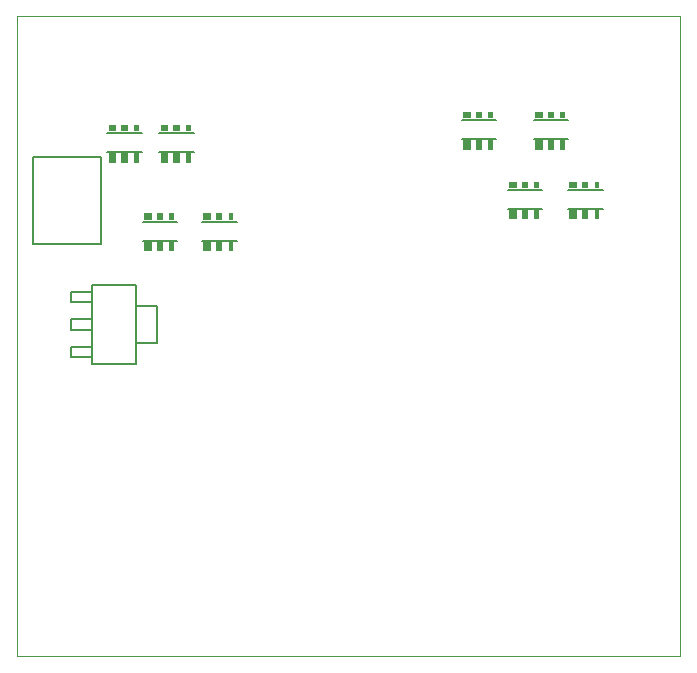
<source format=gm1>
G04 Layer_Color=16711935*
%FSLAX25Y25*%
%MOIN*%
G70*
G01*
G75*
%ADD30C,0.00787*%
%ADD31C,0.00600*%
%ADD46C,0.00394*%
%ADD47C,0.00800*%
G36*
X190354Y145673D02*
X188255D01*
Y149016D01*
X190354D01*
Y145673D01*
D02*
G37*
G36*
X166535Y145717D02*
X163975D01*
Y149016D01*
X166535D01*
Y145717D01*
D02*
G37*
G36*
X186614D02*
X184054D01*
Y149016D01*
X186614D01*
Y145717D01*
D02*
G37*
G36*
X174016Y145662D02*
X172418D01*
Y149016D01*
X174016D01*
Y145662D01*
D02*
G37*
G36*
X194095D02*
X192497D01*
Y149016D01*
X194095D01*
Y145662D01*
D02*
G37*
G36*
X170276Y145673D02*
X168176D01*
Y149016D01*
X170276D01*
Y145673D01*
D02*
G37*
G36*
X186614Y156153D02*
X184018D01*
Y158268D01*
X186614D01*
Y156153D01*
D02*
G37*
G36*
X174016Y156158D02*
X172417D01*
Y158268D01*
X174016D01*
Y156158D01*
D02*
G37*
G36*
X194095D02*
X192496D01*
Y158268D01*
X194095D01*
Y156158D01*
D02*
G37*
G36*
X170276Y156100D02*
X168192D01*
Y158268D01*
X170276D01*
Y156100D01*
D02*
G37*
G36*
X190354D02*
X188271D01*
Y158268D01*
X190354D01*
Y156100D01*
D02*
G37*
G36*
X166535Y156153D02*
X163939D01*
Y158268D01*
X166535D01*
Y156153D01*
D02*
G37*
G36*
X68307Y135043D02*
X66208D01*
Y138386D01*
X68307D01*
Y135043D01*
D02*
G37*
G36*
X44882Y135087D02*
X42321D01*
Y138386D01*
X44882D01*
Y135087D01*
D02*
G37*
G36*
X64567D02*
X62006D01*
Y138386D01*
X64567D01*
Y135087D01*
D02*
G37*
G36*
X52362Y135032D02*
X50765D01*
Y138386D01*
X52362D01*
Y135032D01*
D02*
G37*
G36*
X72047D02*
X70450D01*
Y138386D01*
X72047D01*
Y135032D01*
D02*
G37*
G36*
X48622Y135043D02*
X46523D01*
Y138386D01*
X48622D01*
Y135043D01*
D02*
G37*
G36*
X64567Y145523D02*
X61971D01*
Y147638D01*
X64567D01*
Y145523D01*
D02*
G37*
G36*
X52362Y145528D02*
X50764D01*
Y147638D01*
X52362D01*
Y145528D01*
D02*
G37*
G36*
X72047D02*
X70449D01*
Y147638D01*
X72047D01*
Y145528D01*
D02*
G37*
G36*
X48622Y145470D02*
X46538D01*
Y147638D01*
X48622D01*
Y145470D01*
D02*
G37*
G36*
X68307D02*
X66224D01*
Y147638D01*
X68307D01*
Y145470D01*
D02*
G37*
G36*
X44882Y145523D02*
X42286D01*
Y147638D01*
X44882D01*
Y145523D01*
D02*
G37*
G36*
X50394Y175051D02*
X47797D01*
Y177165D01*
X50394D01*
Y175051D01*
D02*
G37*
G36*
X40551Y175056D02*
X38953D01*
Y177165D01*
X40551D01*
Y175056D01*
D02*
G37*
G36*
X57874D02*
X56276D01*
Y177165D01*
X57874D01*
Y175056D01*
D02*
G37*
G36*
X36811Y174997D02*
X34727D01*
Y177165D01*
X36811D01*
Y174997D01*
D02*
G37*
G36*
X54134D02*
X52050D01*
Y177165D01*
X54134D01*
Y174997D01*
D02*
G37*
G36*
X33071Y175051D02*
X30474D01*
Y177165D01*
X33071D01*
Y175051D01*
D02*
G37*
G36*
X175197Y179382D02*
X172600D01*
Y181496D01*
X175197D01*
Y179382D01*
D02*
G37*
G36*
X158661Y179386D02*
X157063D01*
Y181496D01*
X158661D01*
Y179386D01*
D02*
G37*
G36*
X182677D02*
X181079D01*
Y181496D01*
X182677D01*
Y179386D01*
D02*
G37*
G36*
X154921Y179328D02*
X152838D01*
Y181496D01*
X154921D01*
Y179328D01*
D02*
G37*
G36*
X178937D02*
X176854D01*
Y181496D01*
X178937D01*
Y179328D01*
D02*
G37*
G36*
X151181Y179382D02*
X148585D01*
Y181496D01*
X151181D01*
Y179382D01*
D02*
G37*
G36*
X54134Y164571D02*
X52035D01*
Y167913D01*
X54134D01*
Y164571D01*
D02*
G37*
G36*
X33071Y164614D02*
X30510D01*
Y167913D01*
X33071D01*
Y164614D01*
D02*
G37*
G36*
X50394D02*
X47833D01*
Y167913D01*
X50394D01*
Y164614D01*
D02*
G37*
G36*
X40551Y164559D02*
X38954D01*
Y167913D01*
X40551D01*
Y164559D01*
D02*
G37*
G36*
X57874D02*
X56277D01*
Y167913D01*
X57874D01*
Y164559D01*
D02*
G37*
G36*
X36811Y164571D02*
X34712D01*
Y167913D01*
X36811D01*
Y164571D01*
D02*
G37*
G36*
X178937Y168902D02*
X176838D01*
Y172244D01*
X178937D01*
Y168902D01*
D02*
G37*
G36*
X151181Y168945D02*
X148620D01*
Y172244D01*
X151181D01*
Y168945D01*
D02*
G37*
G36*
X175197D02*
X172636D01*
Y172244D01*
X175197D01*
Y168945D01*
D02*
G37*
G36*
X158661Y168890D02*
X157064D01*
Y172244D01*
X158661D01*
Y168890D01*
D02*
G37*
G36*
X182677D02*
X181080D01*
Y172244D01*
X182677D01*
Y168890D01*
D02*
G37*
G36*
X154921Y168902D02*
X152822D01*
Y172244D01*
X154921D01*
Y168902D01*
D02*
G37*
D30*
X27854Y137401D02*
Y166536D01*
X5216Y137401D02*
X27854D01*
X5216D02*
Y166536D01*
X27854D01*
D31*
X24983Y118030D02*
Y121430D01*
X17884D02*
X24983D01*
X17884Y118030D02*
Y121430D01*
Y118030D02*
X24983D01*
Y108930D02*
Y112330D01*
X17884D02*
X24983D01*
X17884Y108930D02*
Y112330D01*
Y108930D02*
X24983D01*
Y99830D02*
Y103230D01*
X17884D02*
X24983D01*
X17884Y99830D02*
Y103230D01*
Y99830D02*
X24983D01*
X39584Y104430D02*
Y116830D01*
Y104430D02*
X46683D01*
Y116930D01*
X39584Y116830D02*
X46683Y116930D01*
X24983Y97430D02*
X39584D01*
Y123830D01*
X24983D02*
X39584D01*
X24983Y97430D02*
Y123830D01*
D46*
X0Y213386D02*
X220866D01*
Y0D02*
Y213386D01*
X0Y0D02*
X220866D01*
X0D02*
Y213386D01*
D47*
X148142Y172402D02*
X159732D01*
X148142Y178779D02*
X159732D01*
X172158Y172402D02*
X183748D01*
X172158Y178779D02*
X183748D01*
X61528Y138543D02*
X73118D01*
X61528Y144921D02*
X73118D01*
X30031Y168071D02*
X41622D01*
X30031Y174449D02*
X41622D01*
X47354Y168071D02*
X58945D01*
X47354Y174449D02*
X58945D01*
X41842Y138543D02*
X53433D01*
X41842Y144921D02*
X53433D01*
X163496Y149173D02*
X175087D01*
X163496Y155551D02*
X175087D01*
X183575Y149173D02*
X195165D01*
X183575Y155551D02*
X195165D01*
M02*

</source>
